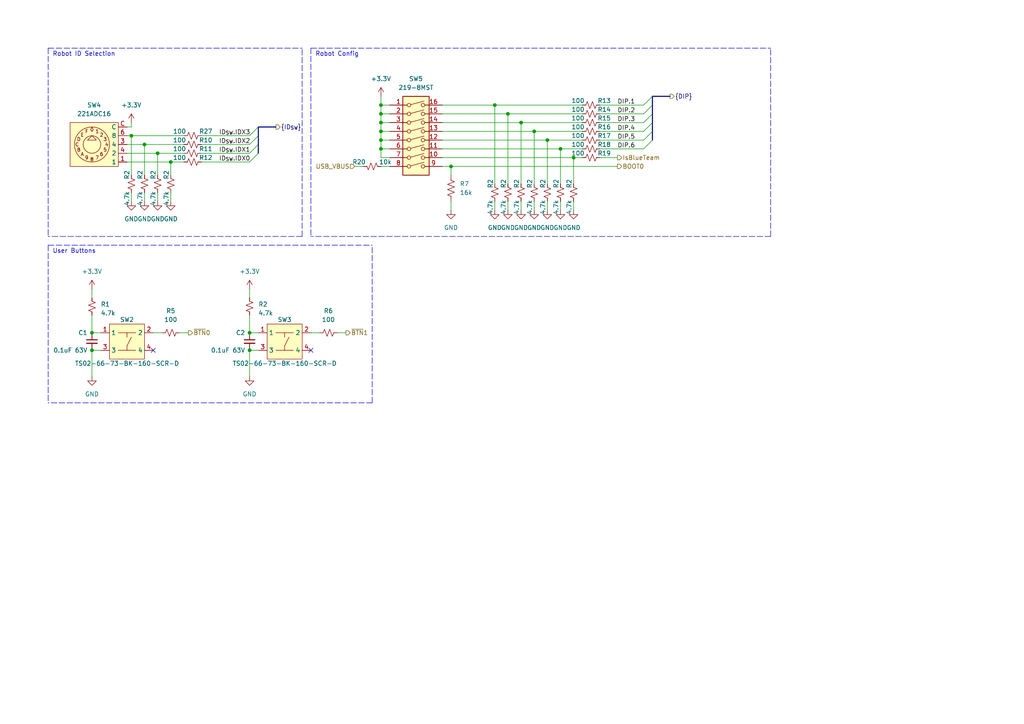
<source format=kicad_sch>
(kicad_sch (version 20230121) (generator eeschema)
  (paper "A4")
  (lib_symbols
    (symbol "AT-Switches:221ADC16"
      (property "Reference" "SW" (at 0 10.16 0))
      (property "Value" "221ADC16" (at 0 7.62 0))
      (symbol "221ADC16_0_0"
        (polyline (pts (xy -1.27 1.27) (xy 1.27 1.27) (xy 0 2.54) (xy -1.27 1.27)))
        (circle (center 0 0) (radius 2.54))
        (text "0" (at 0 4.318 0) (effects (font (size 1 1))))
        (text "1" (at 1.524 3.81 0) (effects (font (size 1 1))))
        (text "2" (at 2.794 2.794 0) (effects (font (size 1 1))))
        (text "3" (at 3.81 1.524 0) (effects (font (size 1 1))))
        (text "4" (at 4.318 0 0) (effects (font (size 1 1))))
        (text "5" (at 3.81 -1.524 0) (effects (font (size 1 1))))
        (text "6" (at 2.794 -2.794 0) (effects (font (size 1 1))))
        (text "7" (at 1.524 -3.81 0) (effects (font (size 1 1))))
        (text "8" (at 0 -4.318 0) (effects (font (size 1 1))))
        (text "9" (at -1.524 -3.81 0) (effects (font (size 1 1))))
        (text "A" (at -2.794 -2.794 0) (effects (font (size 1 1))))
        (text "B" (at -3.81 -1.524 0) (effects (font (size 1 1))))
        (text "C" (at -4.318 0 0) (effects (font (size 1 1))))
        (text "D" (at -3.81 1.524 0) (effects (font (size 1 1))))
        (text "E" (at -2.794 2.794 0) (effects (font (size 1 1))))
        (text "F" (at -1.524 3.81 0) (effects (font (size 1 1))))
      )
      (symbol "221ADC16_0_1"
        (rectangle (start -6.35 6.35) (end 7.62 -6.35) (fill (type background)))
        (circle (center 0 0) (radius 5.08))
      )
      (symbol "221ADC16_1_1"
        (pin passive line (at 10.16 -5.08 180) (length 2.54) (name "1") (number "1"))
        (pin passive line (at 10.16 0 180) (length 2.54) (name "4") (number "3"))
        (pin passive line (at 10.16 -2.54 180) (length 2.54) (name "2") (number "4"))
        (pin passive line (at 10.16 2.54 180) (length 2.54) (name "8") (number "6"))
        (pin passive line (at 10.16 5.08 180) (length 2.54) (name "C") (number "C"))
      )
    )
    (symbol "AT-Switches:SPST_12-34"
      (property "Reference" "SW" (at 0 6.35 0))
      (property "Value" "SPST_12-34" (at 0 -6.35 0))
      (symbol "SPST_12-34_0_1"
        (rectangle (start -5.08 5.08) (end 5.08 -5.08) (fill (type background)))
        (polyline (pts (xy -2.54 -2.54) (xy 2.54 -2.54)))
        (polyline (pts (xy 0 -2.54) (xy 0 -1.27)))
        (polyline (pts (xy 0 -1.27) (xy 1.27 1.27)))
        (polyline (pts (xy 0 2.54) (xy 0 1.27)))
        (polyline (pts (xy 2.54 2.54) (xy -2.54 2.54)))
      )
      (symbol "SPST_12-34_1_1"
        (pin passive line (at -7.62 2.54 0) (length 2.54) (name "1") (number "1"))
        (pin passive line (at 7.62 2.54 180) (length 2.54) (name "2") (number "2"))
        (pin passive line (at -7.62 -2.54 0) (length 2.54) (name "3") (number "3"))
        (pin passive line (at 7.62 -2.54 180) (length 2.54) (name "4") (number "4"))
      )
    )
    (symbol "Device:C_Small" (pin_numbers hide) (pin_names (offset 0.254) hide)
      (property "Reference" "C" (at 0.254 1.778 0))
      (property "Value" "C_Small" (at 0.254 -2.032 0))
      (symbol "C_Small_0_1"
        (polyline (pts (xy -1.524 -0.508) (xy 1.524 -0.508)) (stroke (width 0.3302)))
        (polyline (pts (xy -1.524 0.508) (xy 1.524 0.508)) (stroke (width 0.3048)))
      )
      (symbol "C_Small_1_1"
        (pin passive line (at 0 2.54 270) (length 2.032) (name "~") (number "1"))
        (pin passive line (at 0 -2.54 90) (length 2.032) (name "~") (number "2"))
      )
    )
    (symbol "Device:R_Small_US" (pin_numbers hide) (pin_names (offset 0.254) hide)
      (property "Reference" "R" (at 0.762 0.508 0))
      (property "Value" "R_Small_US" (at 0.762 -1.016 0))
      (symbol "R_Small_US_1_1"
        (polyline (pts (xy 0 0) (xy 1.016 -0.381) (xy 0 -0.762) (xy -1.016 -1.143) (xy 0 -1.524)))
        (polyline (pts (xy 0 1.524) (xy 1.016 1.143) (xy 0 0.762) (xy -1.016 0.381) (xy 0 0)))
        (pin passive line (at 0 2.54 270) (length 1.016) (name "~") (number "1"))
        (pin passive line (at 0 -2.54 90) (length 1.016) (name "~") (number "2"))
      )
    )
    (symbol "Device:R_US" (pin_numbers hide) (pin_names (offset 0))
      (property "Reference" "R" (at 2.54 0 90))
      (property "Value" "R_US" (at -2.54 0 90))
      (symbol "R_US_0_1"
        (polyline (pts (xy 0 -2.286) (xy 0 -2.54)))
        (polyline (pts (xy 0 2.286) (xy 0 2.54)))
        (polyline (pts (xy 0 -0.762) (xy 1.016 -1.143) (xy 0 -1.524) (xy -1.016 -1.905) (xy 0 -2.286)))
        (polyline (pts (xy 0 0.762) (xy 1.016 0.381) (xy 0 0) (xy -1.016 -0.381) (xy 0 -0.762)))
        (polyline (pts (xy 0 2.286) (xy 1.016 1.905) (xy 0 1.524) (xy -1.016 1.143) (xy 0 0.762)))
      )
      (symbol "R_US_1_1"
        (pin passive line (at 0 3.81 270) (length 1.27) (name "~") (number "1"))
        (pin passive line (at 0 -3.81 90) (length 1.27) (name "~") (number "2"))
      )
    )
    (symbol "Switch:SW_DIP_x08" (pin_names (offset 0) hide)
      (property "Reference" "SW" (at 0 13.97 0))
      (property "Value" "SW_DIP_x08" (at 0 -11.43 0))
      (symbol "SW_DIP_x08_0_0"
        (circle (center -2.032 -7.62) (radius 0.508))
        (circle (center -2.032 -5.08) (radius 0.508))
        (circle (center -2.032 -2.54) (radius 0.508))
        (circle (center -2.032 0) (radius 0.508))
        (circle (center -2.032 2.54) (radius 0.508))
        (circle (center -2.032 5.08) (radius 0.508))
        (circle (center -2.032 7.62) (radius 0.508))
        (circle (center -2.032 10.16) (radius 0.508))
        (polyline (pts (xy -1.524 -7.4676) (xy 2.3622 -6.4262)))
        (polyline (pts (xy -1.524 -4.9276) (xy 2.3622 -3.8862)))
        (polyline (pts (xy -1.524 -2.3876) (xy 2.3622 -1.3462)))
        (polyline (pts (xy -1.524 0.127) (xy 2.3622 1.1684)))
        (polyline (pts (xy -1.524 2.667) (xy 2.3622 3.7084)))
        (polyline (pts (xy -1.524 5.207) (xy 2.3622 6.2484)))
        (polyline (pts (xy -1.524 7.747) (xy 2.3622 8.7884)))
        (polyline (pts (xy -1.524 10.287) (xy 2.3622 11.3284)))
        (circle (center 2.032 -7.62) (radius 0.508))
        (circle (center 2.032 -5.08) (radius 0.508))
        (circle (center 2.032 -2.54) (radius 0.508))
        (circle (center 2.032 0) (radius 0.508))
        (circle (center 2.032 2.54) (radius 0.508))
        (circle (center 2.032 5.08) (radius 0.508))
        (circle (center 2.032 7.62) (radius 0.508))
        (circle (center 2.032 10.16) (radius 0.508))
      )
      (symbol "SW_DIP_x08_0_1"
        (rectangle (start -3.81 12.7) (end 3.81 -10.16) (stroke (width 0.254)) (fill (type background)))
      )
      (symbol "SW_DIP_x08_1_1"
        (pin passive line (at -7.62 10.16 0) (length 5.08) (name "~") (number "1"))
        (pin passive line (at 7.62 -5.08 180) (length 5.08) (name "~") (number "10"))
        (pin passive line (at 7.62 -2.54 180) (length 5.08) (name "~") (number "11"))
        (pin passive line (at 7.62 0 180) (length 5.08) (name "~") (number "12"))
        (pin passive line (at 7.62 2.54 180) (length 5.08) (name "~") (number "13"))
        (pin passive line (at 7.62 5.08 180) (length 5.08) (name "~") (number "14"))
        (pin passive line (at 7.62 7.62 180) (length 5.08) (name "~") (number "15"))
        (pin passive line (at 7.62 10.16 180) (length 5.08) (name "~") (number "16"))
        (pin passive line (at -7.62 7.62 0) (length 5.08) (name "~") (number "2"))
        (pin passive line (at -7.62 5.08 0) (length 5.08) (name "~") (number "3"))
        (pin passive line (at -7.62 2.54 0) (length 5.08) (name "~") (number "4"))
        (pin passive line (at -7.62 0 0) (length 5.08) (name "~") (number "5"))
        (pin passive line (at -7.62 -2.54 0) (length 5.08) (name "~") (number "6"))
        (pin passive line (at -7.62 -5.08 0) (length 5.08) (name "~") (number "7"))
        (pin passive line (at -7.62 -7.62 0) (length 5.08) (name "~") (number "8"))
        (pin passive line (at 7.62 -7.62 180) (length 5.08) (name "~") (number "9"))
      )
    )
    (symbol "power:+3.3V" (power) (pin_names (offset 0))
      (property "Value" "+3.3V" (at 0 3.556 0))
      (symbol "+3.3V_0_1"
        (polyline (pts (xy -0.762 1.27) (xy 0 2.54)))
        (polyline (pts (xy 0 0) (xy 0 2.54)))
        (polyline (pts (xy 0 2.54) (xy 0.762 1.27)))
      )
      (symbol "+3.3V_1_1"
        (pin power_in line (at 0 0 90) (length 0) hide (name "+3.3V") (number "1"))
      )
    )
    (symbol "power:GND" (power) (pin_names (offset 0))
      (property "Value" "GND" (at 0 -3.81 0))
      (symbol "GND_0_1"
        (polyline (pts (xy 0 0) (xy 0 -1.27) (xy 1.27 -1.27) (xy 0 -2.54) (xy -1.27 -1.27) (xy 0 -1.27)))
      )
      (symbol "GND_1_1"
        (pin power_in line (at 0 0 270) (length 0) hide (name "GND") (number "1"))
      )
    )
  )
  (bus_alias "ID_{SW}" (members "ID_{SW}.IDX0" "ID_{SW}.IDX1" "ID_{SW}.IDX2" "ID_{SW}.IDX3"))
  (bus_alias "DIP" (members "DIP.1" "DIP.2" "DIP.3" "DIP.4" "DIP.5" "DIP.6"))
  (junction (at 110.49 40.64))
  (junction (at 162.56 43.18))
  (junction (at 110.49 35.56))
  (junction (at 26.67 101.6))
  (junction (at 154.94 38.1))
  (junction (at 110.49 43.18))
  (junction (at 151.13 35.56))
  (junction (at 72.39 101.6))
  (junction (at 110.49 30.48))
  (junction (at 38.1 39.37))
  (junction (at 143.51 30.48))
  (junction (at 49.53 46.99))
  (junction (at 26.67 96.52))
  (junction (at 158.75 40.64))
  (junction (at 110.49 38.1))
  (junction (at 41.91 41.91))
  (junction (at 45.72 44.45))
  (junction (at 166.37 45.72))
  (junction (at 130.81 48.26))
  (junction (at 110.49 33.02))
  (junction (at 147.32 33.02))
  (junction (at 72.39 96.52))
  (no_connect (at 44.45 101.6))
  (no_connect (at 90.17 101.6))
  (bus_entry (at 189.23 40.64) (size -2.54 2.54))
  (bus_entry (at 74.93 36.83) (size -2.54 2.54))
  (bus_entry (at 74.93 44.45) (size -2.54 2.54))
  (bus_entry (at 189.23 27.94) (size -2.54 2.54))
  (bus_entry (at 189.23 38.1) (size -2.54 2.54))
  (bus_entry (at 189.23 30.48) (size -2.54 2.54))
  (bus_entry (at 74.93 41.91) (size -2.54 2.54))
  (bus_entry (at 189.23 33.02) (size -2.54 2.54))
  (bus_entry (at 74.93 39.37) (size -2.54 2.54))
  (bus_entry (at 189.23 35.56) (size -2.54 2.54))
  (wire (pts (xy 147.32 33.02) (xy 168.91 33.02)))
  (bus (pts (xy 189.23 27.94) (xy 194.31 27.94)))
  (wire (pts (xy 58.42 39.37) (xy 72.39 39.37)))
  (wire (pts (xy 38.1 39.37) (xy 38.1 50.8)))
  (wire (pts (xy 166.37 45.72) (xy 168.91 45.72)))
  (bus (pts (xy 74.93 36.83) (xy 74.93 39.37)))
  (wire (pts (xy 143.51 30.48) (xy 143.51 53.34)))
  (bus (pts (xy 74.93 41.91) (xy 74.93 44.45)))
  (polyline (pts (xy 13.97 13.97) (xy 13.97 68.58)) (stroke (width 0) (type dash)))
  (polyline (pts (xy 87.63 68.58) (xy 13.97 68.58)) (stroke (width 0) (type dash)))
  (wire (pts (xy 162.56 58.42) (xy 162.56 60.96)))
  (wire (pts (xy 41.91 55.88) (xy 41.91 58.42)))
  (wire (pts (xy 58.42 46.99) (xy 72.39 46.99)))
  (wire (pts (xy 151.13 58.42) (xy 151.13 60.96)))
  (wire (pts (xy 143.51 58.42) (xy 143.51 60.96)))
  (wire (pts (xy 58.42 41.91) (xy 72.39 41.91)))
  (wire (pts (xy 26.67 96.52) (xy 29.21 96.52)))
  (wire (pts (xy 162.56 43.18) (xy 162.56 53.34)))
  (polyline (pts (xy 223.52 68.58) (xy 90.17 68.58)) (stroke (width 0) (type dash)))
  (polyline (pts (xy 107.95 116.84) (xy 107.95 71.12)) (stroke (width 0) (type dash)))
  (wire (pts (xy 41.91 41.91) (xy 53.34 41.91)))
  (wire (pts (xy 44.45 96.52) (xy 46.99 96.52)))
  (wire (pts (xy 110.49 33.02) (xy 110.49 35.56)))
  (wire (pts (xy 45.72 55.88) (xy 45.72 58.42)))
  (wire (pts (xy 128.27 48.26) (xy 130.81 48.26)))
  (wire (pts (xy 128.27 40.64) (xy 158.75 40.64)))
  (wire (pts (xy 130.81 48.26) (xy 179.07 48.26)))
  (wire (pts (xy 110.49 30.48) (xy 113.03 30.48)))
  (wire (pts (xy 166.37 58.42) (xy 166.37 60.96)))
  (wire (pts (xy 49.53 46.99) (xy 49.53 50.8)))
  (polyline (pts (xy 13.97 71.12) (xy 13.97 116.84)) (stroke (width 0) (type dash)))
  (wire (pts (xy 128.27 38.1) (xy 154.94 38.1)))
  (polyline (pts (xy 87.63 68.58) (xy 87.63 13.97)) (stroke (width 0) (type dash)))
  (polyline (pts (xy 90.17 13.97) (xy 223.52 13.97)) (stroke (width 0) (type dash)))
  (wire (pts (xy 151.13 35.56) (xy 151.13 53.34)))
  (wire (pts (xy 158.75 40.64) (xy 168.91 40.64)))
  (wire (pts (xy 128.27 45.72) (xy 166.37 45.72)))
  (wire (pts (xy 173.99 45.72) (xy 179.07 45.72)))
  (wire (pts (xy 58.42 44.45) (xy 72.39 44.45)))
  (wire (pts (xy 158.75 40.64) (xy 158.75 53.34)))
  (wire (pts (xy 110.49 43.18) (xy 113.03 43.18)))
  (wire (pts (xy 128.27 30.48) (xy 143.51 30.48)))
  (wire (pts (xy 110.49 40.64) (xy 113.03 40.64)))
  (wire (pts (xy 147.32 58.42) (xy 147.32 60.96)))
  (wire (pts (xy 110.49 45.72) (xy 113.03 45.72)))
  (bus (pts (xy 189.23 27.94) (xy 189.23 30.48)))
  (wire (pts (xy 36.83 41.91) (xy 41.91 41.91)))
  (wire (pts (xy 173.99 30.48) (xy 186.69 30.48)))
  (wire (pts (xy 110.49 48.26) (xy 113.03 48.26)))
  (wire (pts (xy 26.67 101.6) (xy 29.21 101.6)))
  (wire (pts (xy 72.39 101.6) (xy 72.39 109.22)))
  (wire (pts (xy 154.94 38.1) (xy 154.94 53.34)))
  (wire (pts (xy 166.37 45.72) (xy 166.37 53.34)))
  (wire (pts (xy 128.27 43.18) (xy 162.56 43.18)))
  (bus (pts (xy 74.93 36.83) (xy 80.01 36.83)))
  (polyline (pts (xy 90.17 13.97) (xy 90.17 68.58)) (stroke (width 0) (type dash)))
  (wire (pts (xy 110.49 33.02) (xy 113.03 33.02)))
  (wire (pts (xy 38.1 35.56) (xy 38.1 36.83)))
  (wire (pts (xy 173.99 43.18) (xy 186.69 43.18)))
  (wire (pts (xy 26.67 91.44) (xy 26.67 96.52)))
  (wire (pts (xy 36.83 36.83) (xy 38.1 36.83)))
  (bus (pts (xy 189.23 33.02) (xy 189.23 35.56)))
  (wire (pts (xy 26.67 83.82) (xy 26.67 86.36)))
  (wire (pts (xy 154.94 38.1) (xy 168.91 38.1)))
  (wire (pts (xy 26.67 101.6) (xy 26.67 109.22)))
  (wire (pts (xy 143.51 30.48) (xy 168.91 30.48)))
  (wire (pts (xy 110.49 35.56) (xy 113.03 35.56)))
  (wire (pts (xy 90.17 96.52) (xy 92.71 96.52)))
  (wire (pts (xy 173.99 40.64) (xy 186.69 40.64)))
  (wire (pts (xy 41.91 41.91) (xy 41.91 50.8)))
  (wire (pts (xy 128.27 33.02) (xy 147.32 33.02)))
  (wire (pts (xy 173.99 33.02) (xy 186.69 33.02)))
  (polyline (pts (xy 107.95 116.84) (xy 13.97 116.84)) (stroke (width 0) (type dash)))
  (wire (pts (xy 72.39 101.6) (xy 74.93 101.6)))
  (wire (pts (xy 130.81 48.26) (xy 130.81 50.8)))
  (wire (pts (xy 110.49 27.94) (xy 110.49 30.48)))
  (wire (pts (xy 151.13 35.56) (xy 168.91 35.56)))
  (wire (pts (xy 38.1 55.88) (xy 38.1 58.42)))
  (bus (pts (xy 74.93 39.37) (xy 74.93 41.91)))
  (wire (pts (xy 72.39 83.82) (xy 72.39 86.36)))
  (polyline (pts (xy 223.52 68.58) (xy 223.52 13.97)) (stroke (width 0) (type dash)))
  (bus (pts (xy 189.23 35.56) (xy 189.23 38.1)))
  (wire (pts (xy 128.27 35.56) (xy 151.13 35.56)))
  (wire (pts (xy 72.39 96.52) (xy 74.93 96.52)))
  (wire (pts (xy 110.49 38.1) (xy 110.49 40.64)))
  (wire (pts (xy 38.1 39.37) (xy 53.34 39.37)))
  (wire (pts (xy 52.07 96.52) (xy 54.61 96.52)))
  (bus (pts (xy 189.23 30.48) (xy 189.23 33.02)))
  (wire (pts (xy 49.53 46.99) (xy 53.34 46.99)))
  (wire (pts (xy 45.72 44.45) (xy 45.72 50.8)))
  (wire (pts (xy 49.53 55.88) (xy 49.53 58.42)))
  (wire (pts (xy 110.49 38.1) (xy 113.03 38.1)))
  (wire (pts (xy 36.83 44.45) (xy 45.72 44.45)))
  (wire (pts (xy 110.49 30.48) (xy 110.49 33.02)))
  (wire (pts (xy 36.83 46.99) (xy 49.53 46.99)))
  (polyline (pts (xy 13.97 13.97) (xy 87.63 13.97)) (stroke (width 0) (type dash)))
  (wire (pts (xy 162.56 43.18) (xy 168.91 43.18)))
  (wire (pts (xy 158.75 58.42) (xy 158.75 60.96)))
  (wire (pts (xy 110.49 43.18) (xy 110.49 45.72)))
  (wire (pts (xy 36.83 39.37) (xy 38.1 39.37)))
  (bus (pts (xy 189.23 38.1) (xy 189.23 40.64)))
  (wire (pts (xy 110.49 40.64) (xy 110.49 43.18)))
  (wire (pts (xy 45.72 44.45) (xy 53.34 44.45)))
  (wire (pts (xy 105.41 48.26) (xy 102.87 48.26)))
  (wire (pts (xy 154.94 58.42) (xy 154.94 60.96)))
  (wire (pts (xy 147.32 33.02) (xy 147.32 53.34)))
  (wire (pts (xy 97.79 96.52) (xy 100.33 96.52)))
  (polyline (pts (xy 13.97 71.12) (xy 107.95 71.12)) (stroke (width 0) (type dash)))
  (wire (pts (xy 173.99 35.56) (xy 186.69 35.56)))
  (wire (pts (xy 72.39 91.44) (xy 72.39 96.52)))
  (wire (pts (xy 173.99 38.1) (xy 186.69 38.1)))
  (wire (pts (xy 130.81 58.42) (xy 130.81 60.96)))
  (wire (pts (xy 110.49 35.56) (xy 110.49 38.1)))
  (text "User Buttons" (at 15.24 73.66 0) (effects (font (size 1.27 1.27)) (justify left bottom)))
  (text "Robot Config" (at 91.44 16.51 0) (effects (font (size 1.27 1.27)) (justify left bottom)))
  (text "Robot ID Selection" (at 15.24 16.51 0) (effects (font (size 1.27 1.27)) (justify left bottom)))
  (label "ID_{SW}.IDX1" (at 63.5 44.45 0))
  (label "ID_{SW}.IDX2" (at 63.5 41.91 0))
  (label "DIP.1" (at 179.07 30.48 0))
  (label "DIP.3" (at 179.07 35.56 0))
  (label "ID_{SW}.IDX3" (at 63.5 39.37 0))
  (label "DIP.4" (at 179.07 38.1 0))
  (label "DIP.2" (at 179.07 33.02 0))
  (label "ID_{SW}.IDX0" (at 63.5 46.99 0))
  (label "DIP.5" (at 179.07 40.64 0))
  (label "DIP.6" (at 179.07 43.18 0))
  (hierarchical_label "{ID_{SW}}" (shape output) (at 80.01 36.83 0))
  (hierarchical_label "USB_VBUS" (shape input) (at 102.87 48.26 180))
  (hierarchical_label "IsBlueTeam" (shape output) (at 179.07 45.72 0))
  (hierarchical_label "~{BTN}0" (shape output) (at 54.61 96.52 0))
  (hierarchical_label "{DIP}" (shape output) (at 194.31 27.94 0))
  (hierarchical_label "~{BTN}1" (shape output) (at 100.33 96.52 0))
  (hierarchical_label "BOOT0" (shape output) (at 179.07 48.26 0))
  (symbol (lib_id "Device:R_Small_US") (at 143.51 55.88 180) (unit 1)
    (property "Reference" "R2" (at 142.24 54.61 90) (effects (justify right)))
    (property "Value" "4.7k" (at 142.24 62.23 90) (effects (justify right)))
    (property "Footprint" "Resistor_SMD:R_0402_1005Metric" (effects hide))
    (instances (project "control" (path "" (reference "R2") (unit 1)) (path "" (reference "R72") (unit 1))))
  )
  (symbol (lib_id "power:GND") (at 147.32 60.96 0) (unit 1)
    (property "Reference" "#PWR012" (effects hide))
    (property "Value" "GND" (at 147.32 66.04 0))
    (instances (project "control" (path "" (reference "#PWR012") (unit 1)) (path "" (reference "#PWR0101") (unit 1))))
  )
  (symbol (lib_id "Device:R_Small_US") (at 171.45 33.02 90) (unit 1)
    (property "Reference" "R14" (at 175.26 31.75 90))
    (property "Value" "100" (at 167.64 31.75 90))
    (property "Footprint" "Resistor_SMD:R_0402_1005Metric" (effects hide))
    (instances (project "control" (path "" (reference "R14") (unit 1)) (path "" (reference "R80") (unit 1))))
  )
  (symbol (lib_id "Device:R_Small_US") (at 26.67 88.9 180) (unit 1)
    (property "Reference" "R1" (at 29.21 88.265 0) (effects (justify right)))
    (property "Value" "4.7k" (at 29.21 90.805 0) (effects (justify right)))
    (property "Footprint" "Resistor_SMD:R_0402_1005Metric" (effects hide))
    (instances (project "control" (path "" (reference "R1") (unit 1)) (path "" (reference "R58") (unit 1))))
  )
  (symbol (lib_id "Device:R_Small_US") (at 55.88 46.99 90) (unit 1)
    (property "Reference" "R12" (at 59.69 45.72 90))
    (property "Value" "100" (at 52.07 45.72 90))
    (property "Footprint" "Resistor_SMD:R_0402_1005Metric" (effects hide))
    (instances (project "control" (path "" (reference "R12") (unit 1)) (path "" (reference "R67") (unit 1))))
  )
  (symbol (lib_id "power:+3.3V") (at 110.49 27.94 0) (unit 1)
    (property "Reference" "#PWR011" (effects hide))
    (property "Value" "+3.3V" (at 110.49 22.86 0))
    (instances (project "control" (path "" (reference "#PWR011") (unit 1)) (path "" (reference "#PWR098") (unit 1))))
  )
  (symbol (lib_id "AT-Switches:SPST_12-34") (at 36.83 99.06 0) (unit 1)
    (property "Reference" "SW2" (at 36.83 92.71 0))
    (property "Value" "TS02-66-73-BK-160-SCR-D" (at 36.83 105.41 0))
    (property "Footprint" "AT-Switches:TS02-66-73-BK-160-SCR-D" (effects hide))
    (instances (project "control" (path "" (reference "SW2") (unit 1)) (path "" (reference "SW4") (unit 1))))
  )
  (symbol (lib_id "Device:R_Small_US") (at 162.56 55.88 180) (unit 1)
    (property "Reference" "R2" (at 161.29 54.61 90) (effects (justify right)))
    (property "Value" "4.7k" (at 161.29 62.23 90) (effects (justify right)))
    (property "Footprint" "Resistor_SMD:R_0402_1005Metric" (effects hide))
    (instances (project "control" (path "" (reference "R2") (unit 1)) (path "" (reference "R77") (unit 1))))
  )
  (symbol (lib_id "power:GND") (at 41.91 58.42 0) (unit 1)
    (property "Reference" "#PWR012" (effects hide))
    (property "Value" "GND" (at 41.91 63.5 0))
    (instances (project "control" (path "" (reference "#PWR012") (unit 1)) (path "" (reference "#PWR093") (unit 1))))
  )
  (symbol (lib_id "Device:R_Small_US") (at 158.75 55.88 180) (unit 1)
    (property "Reference" "R2" (at 157.48 54.61 90) (effects (justify right)))
    (property "Value" "4.7k" (at 157.48 62.23 90) (effects (justify right)))
    (property "Footprint" "Resistor_SMD:R_0402_1005Metric" (effects hide))
    (instances (project "control" (path "" (reference "R2") (unit 1)) (path "" (reference "R76") (unit 1))))
  )
  (symbol (lib_id "power:GND") (at 154.94 60.96 0) (unit 1)
    (property "Reference" "#PWR012" (effects hide))
    (property "Value" "GND" (at 154.94 66.04 0))
    (instances (project "control" (path "" (reference "#PWR012") (unit 1)) (path "" (reference "#PWR0103") (unit 1))))
  )
  (symbol (lib_id "Device:R_Small_US") (at 166.37 55.88 180) (unit 1)
    (property "Reference" "R2" (at 165.1 54.61 90) (effects (justify right)))
    (property "Value" "4.7k" (at 165.1 62.23 90) (effects (justify right)))
    (property "Footprint" "Resistor_SMD:R_0402_1005Metric" (effects hide))
    (instances (project "control" (path "" (reference "R2") (unit 1)) (path "" (reference "R78") (unit 1))))
  )
  (symbol (lib_id "power:+3.3V") (at 72.39 83.82 0) (unit 1)
    (property "Reference" "#PWR03" (effects hide))
    (property "Value" "+3.3V" (at 72.39 78.74 0))
    (instances (project "control" (path "" (reference "#PWR03") (unit 1)) (path "" (reference "#PWR096") (unit 1))))
  )
  (symbol (lib_id "power:GND") (at 38.1 58.42 0) (unit 1)
    (property "Reference" "#PWR012" (effects hide))
    (property "Value" "GND" (at 38.1 63.5 0))
    (instances (project "control" (path "" (reference "#PWR012") (unit 1)) (path "" (reference "#PWR092") (unit 1))))
  )
  (symbol (lib_id "Device:R_Small_US") (at 171.45 38.1 90) (unit 1)
    (property "Reference" "R16" (at 175.26 36.83 90))
    (property "Value" "100" (at 167.64 36.83 90))
    (property "Footprint" "Resistor_SMD:R_0402_1005Metric" (effects hide))
    (instances (project "control" (path "" (reference "R16") (unit 1)) (path "" (reference "R82") (unit 1))))
  )
  (symbol (lib_id "power:GND") (at 45.72 58.42 0) (unit 1)
    (property "Reference" "#PWR012" (effects hide))
    (property "Value" "GND" (at 45.72 63.5 0))
    (instances (project "control" (path "" (reference "#PWR012") (unit 1)) (path "" (reference "#PWR094") (unit 1))))
  )
  (symbol (lib_id "power:GND") (at 72.39 109.22 0) (unit 1)
    (property "Reference" "#PWR04" (effects hide))
    (property "Value" "GND" (at 72.39 114.3 0))
    (instances (project "control" (path "" (reference "#PWR04") (unit 1)) (path "" (reference "#PWR097") (unit 1))))
  )
  (symbol (lib_id "Device:R_Small_US") (at 55.88 41.91 90) (unit 1)
    (property "Reference" "R10" (at 59.69 40.64 90))
    (property "Value" "100" (at 52.07 40.64 90))
    (property "Footprint" "Resistor_SMD:R_0402_1005Metric" (effects hide))
    (instances (project "control" (path "" (reference "R10") (unit 1)) (path "" (reference "R65") (unit 1))))
  )
  (symbol (lib_id "Device:R_Small_US") (at 171.45 40.64 90) (unit 1)
    (property "Reference" "R17" (at 175.26 39.37 90))
    (property "Value" "100" (at 167.64 39.37 90))
    (property "Footprint" "Resistor_SMD:R_0402_1005Metric" (effects hide))
    (instances (project "control" (path "" (reference "R17") (unit 1)) (path "" (reference "R83") (unit 1))))
  )
  (symbol (lib_id "power:GND") (at 143.51 60.96 0) (unit 1)
    (property "Reference" "#PWR012" (effects hide))
    (property "Value" "GND" (at 143.51 66.04 0))
    (instances (project "control" (path "" (reference "#PWR012") (unit 1)) (path "" (reference "#PWR0100") (unit 1))))
  )
  (symbol (lib_id "power:GND") (at 158.75 60.96 0) (unit 1)
    (property "Reference" "#PWR012" (effects hide))
    (property "Value" "GND" (at 158.75 66.04 0))
    (instances (project "control" (path "" (reference "#PWR012") (unit 1)) (path "" (reference "#PWR0104") (unit 1))))
  )
  (symbol (lib_id "Device:C_Small") (at 72.39 99.06 0) (mirror y) (unit 1)
    (property "Reference" "C2" (at 71.12 96.52 0) (effects (justify left)))
    (property "Value" "0.1uF 63V" (at 71.12 101.6 0) (effects (justify left)))
    (property "Footprint" "Capacitor_SMD:C_0402_1005Metric" (effects hide))
    (instances (project "control" (path "" (reference "C2") (unit 1)) (path "" (reference "C32") (unit 1))))
  )
  (symbol (lib_id "Device:R_Small_US") (at 154.94 55.88 180) (unit 1)
    (property "Reference" "R2" (at 153.67 54.61 90) (effects (justify right)))
    (property "Value" "4.7k" (at 153.67 62.23 90) (effects (justify right)))
    (property "Footprint" "Resistor_SMD:R_0402_1005Metric" (effects hide))
    (instances (project "control" (path "" (reference "R2") (unit 1)) (path "" (reference "R75") (unit 1))))
  )
  (symbol (lib_id "power:GND") (at 26.67 109.22 0) (unit 1)
    (property "Reference" "#PWR02" (effects hide))
    (property "Value" "GND" (at 26.67 114.3 0))
    (instances (project "control" (path "" (reference "#PWR02") (unit 1)) (path "" (reference "#PWR090") (unit 1))))
  )
  (symbol (lib_id "Device:R_Small_US") (at 72.39 88.9 180) (unit 1)
    (property "Reference" "R2" (at 74.93 88.265 0) (effects (justify right)))
    (property "Value" "4.7k" (at 74.93 90.805 0) (effects (justify right)))
    (property "Footprint" "Resistor_SMD:R_0402_1005Metric" (effects hide))
    (instances (project "control" (path "" (reference "R2") (unit 1)) (path "" (reference "R68") (unit 1))))
  )
  (symbol (lib_id "power:+3.3V") (at 26.67 83.82 0) (unit 1)
    (property "Reference" "#PWR01" (effects hide))
    (property "Value" "+3.3V" (at 26.67 78.74 0))
    (instances (project "control" (path "" (reference "#PWR01") (unit 1)) (path "" (reference "#PWR089") (unit 1))))
  )
  (symbol (lib_id "Device:C_Small") (at 26.67 99.06 0) (mirror y) (unit 1)
    (property "Reference" "C1" (at 25.4 96.52 0) (effects (justify left)))
    (property "Value" "0.1uF 63V" (at 25.4 101.6 0) (effects (justify left)))
    (property "Footprint" "Capacitor_SMD:C_0402_1005Metric" (effects hide))
    (instances (project "control" (path "" (reference "C1") (unit 1)) (path "" (reference "C31") (unit 1))))
  )
  (symbol (lib_id "power:+3.3V") (at 38.1 35.56 0) (unit 1)
    (property "Reference" "#PWR016" (effects hide))
    (property "Value" "+3.3V" (at 38.1 30.48 0))
    (instances (project "control" (path "" (reference "#PWR016") (unit 1)) (path "" (reference "#PWR091") (unit 1))))
  )
  (symbol (lib_id "Device:R_Small_US") (at 171.45 35.56 90) (unit 1)
    (property "Reference" "R15" (at 175.26 34.29 90))
    (property "Value" "100" (at 167.64 34.29 90))
    (property "Footprint" "Resistor_SMD:R_0402_1005Metric" (effects hide))
    (instances (project "control" (path "" (reference "R15") (unit 1)) (path "" (reference "R81") (unit 1))))
  )
  (symbol (lib_id "Device:R_Small_US") (at 95.25 96.52 90) (unit 1)
    (property "Reference" "R6" (at 95.25 90.17 90))
    (property "Value" "100" (at 95.25 92.71 90))
    (property "Footprint" "Resistor_SMD:R_0402_1005Metric" (effects hide))
    (instances (project "control" (path "" (reference "R6") (unit 1)) (path "" (reference "R69") (unit 1))))
  )
  (symbol (lib_id "power:GND") (at 162.56 60.96 0) (unit 1)
    (property "Reference" "#PWR012" (effects hide))
    (property "Value" "GND" (at 162.56 66.04 0))
    (instances (project "control" (path "" (reference "#PWR012") (unit 1)) (path "" (reference "#PWR0105") (unit 1))))
  )
  (symbol (lib_id "Device:R_Small_US") (at 38.1 53.34 180) (unit 1)
    (property "Reference" "R2" (at 36.83 52.07 90) (effects (justify right)))
    (property "Value" "4.7k" (at 36.83 59.69 90) (effects (justify right)))
    (property "Footprint" "Resistor_SMD:R_0402_1005Metric" (effects hide))
    (instances (project "control" (path "" (reference "R2") (unit 1)) (path "" (reference "R59") (unit 1))))
  )
  (symbol (lib_id "Device:R_Small_US") (at 147.32 55.88 180) (unit 1)
    (property "Reference" "R2" (at 146.05 54.61 90) (effects (justify right)))
    (property "Value" "4.7k" (at 146.05 62.23 90) (effects (justify right)))
    (property "Footprint" "Resistor_SMD:R_0402_1005Metric" (effects hide))
    (instances (project "control" (path "" (reference "R2") (unit 1)) (path "" (reference "R73") (unit 1))))
  )
  (symbol (lib_id "AT-Switches:221ADC16") (at 26.67 41.91 0) (unit 1)
    (property "Reference" "SW4" (at 27.305 30.48 0))
    (property "Value" "221ADC16" (at 27.305 33.02 0))
    (property "Footprint" "AT-Switches:221ADC16" (effects hide))
    (property "Datasheet" "https://www.ctscorp.com/wp-content/uploads/221.pdf" (effects hide))
    (instances (project "control" (path "" (reference "SW4") (unit 1)) (path "" (reference "SW3") (unit 1))))
  )
  (symbol (lib_id "power:GND") (at 151.13 60.96 0) (unit 1)
    (property "Reference" "#PWR012" (effects hide))
    (property "Value" "GND" (at 151.13 66.04 0))
    (instances (project "control" (path "" (reference "#PWR012") (unit 1)) (path "" (reference "#PWR0102") (unit 1))))
  )
  (symbol (lib_id "Device:R_Small_US") (at 107.95 48.26 270) (mirror x) (unit 1)
    (property "Reference" "R20" (at 104.14 46.99 90))
    (property "Value" "10k" (at 111.76 46.99 90))
    (property "Footprint" "Resistor_SMD:R_0402_1005Metric" (effects hide))
    (instances (project "control" (path "" (reference "R20") (unit 1)) (path "" (reference "R70") (unit 1))))
  )
  (symbol (lib_id "Device:R_Small_US") (at 171.45 30.48 90) (unit 1)
    (property "Reference" "R13" (at 175.26 29.21 90))
    (property "Value" "100" (at 167.64 29.21 90))
    (property "Footprint" "Resistor_SMD:R_0402_1005Metric" (effects hide))
    (instances (project "control" (path "" (reference "R13") (unit 1)) (path "" (reference "R79") (unit 1))))
  )
  (symbol (lib_id "Device:R_Small_US") (at 55.88 39.37 90) (unit 1)
    (property "Reference" "R27" (at 59.69 38.1 90))
    (property "Value" "100" (at 52.07 38.1 90))
    (property "Footprint" "Resistor_SMD:R_0402_1005Metric" (effects hide))
    (instances (project "control" (path "" (reference "R27") (unit 1)) (path "" (reference "R64") (unit 1))))
  )
  (symbol (lib_id "power:GND") (at 130.81 60.96 0) (unit 1)
    (property "Reference" "#PWR012" (effects hide))
    (property "Value" "GND" (at 130.81 66.04 0))
    (instances (project "control" (path "" (reference "#PWR012") (unit 1)) (path "" (reference "#PWR099") (unit 1))))
  )
  (symbol (lib_id "Device:R_Small_US") (at 41.91 53.34 180) (unit 1)
    (property "Reference" "R2" (at 40.64 52.07 90) (effects (justify right)))
    (property "Value" "4.7k" (at 40.64 59.69 90) (effects (justify right)))
    (property "Footprint" "Resistor_SMD:R_0402_1005Metric" (effects hide))
    (instances (project "control" (path "" (reference "R2") (unit 1)) (path "" (reference "R60") (unit 1))))
  )
  (symbol (lib_id "Device:R_Small_US") (at 171.45 45.72 90) (unit 1)
    (property "Reference" "R19" (at 175.26 44.45 90))
    (property "Value" "100" (at 167.64 44.45 90))
    (property "Footprint" "Resistor_SMD:R_0402_1005Metric" (effects hide))
    (instances (project "control" (path "" (reference "R19") (unit 1)) (path "" (reference "R85") (unit 1))))
  )
  (symbol (lib_id "Device:R_Small_US") (at 55.88 44.45 90) (unit 1)
    (property "Reference" "R11" (at 59.69 43.18 90))
    (property "Value" "100" (at 52.07 43.18 90))
    (property "Footprint" "Resistor_SMD:R_0402_1005Metric" (effects hide))
    (instances (project "control" (path "" (reference "R11") (unit 1)) (path "" (reference "R66") (unit 1))))
  )
  (symbol (lib_id "power:GND") (at 166.37 60.96 0) (unit 1)
    (property "Reference" "#PWR012" (effects hide))
    (property "Value" "GND" (at 166.37 66.04 0))
    (instances (project "control" (path "" (reference "#PWR012") (unit 1)) (path "" (reference "#PWR0106") (unit 1))))
  )
  (symbol (lib_id "Device:R_Small_US") (at 49.53 96.52 90) (unit 1)
    (property "Reference" "R5" (at 49.53 90.17 90))
    (property "Value" "100" (at 49.53 92.71 90))
    (property "Footprint" "Resistor_SMD:R_0402_1005Metric" (effects hide))
    (instances (project "control" (path "" (reference "R5") (unit 1)) (path "" (reference "R63") (unit 1))))
  )
  (symbol (lib_id "Device:R_US") (at 130.81 54.61 180) (unit 1)
    (property "Reference" "R7" (at 133.35 53.3399 0) (effects (justify right)))
    (property "Value" "16k" (at 133.35 55.8799 0) (effects (justify right)))
    (property "Footprint" "Resistor_SMD:R_0402_1005Metric" (effects hide))
    (instances (project "control" (path "" (reference "R7") (unit 1)) (path "" (reference "R71") (unit 1))))
  )
  (symbol (lib_id "Device:R_Small_US") (at 151.13 55.88 180) (unit 1)
    (property "Reference" "R2" (at 149.86 54.61 90) (effects (justify right)))
    (property "Value" "4.7k" (at 149.86 62.23 90) (effects (justify right)))
    (property "Footprint" "Resistor_SMD:R_0402_1005Metric" (effects hide))
    (instances (project "control" (path "" (reference "R2") (unit 1)) (path "" (reference "R74") (unit 1))))
  )
  (symbol (lib_id "Device:R_Small_US") (at 49.53 53.34 180) (unit 1)
    (property "Reference" "R2" (at 48.26 52.07 90) (effects (justify right)))
    (property "Value" "4.7k" (at 48.26 59.69 90) (effects (justify right)))
    (property "Footprint" "Resistor_SMD:R_0402_1005Metric" (effects hide))
    (instances (project "control" (path "" (reference "R2") (unit 1)) (path "" (reference "R62") (unit 1))))
  )
  (symbol (lib_id "power:GND") (at 49.53 58.42 0) (unit 1)
    (property "Reference" "#PWR012" (effects hide))
    (property "Value" "GND" (at 49.53 63.5 0))
    (instances (project "control" (path "" (reference "#PWR012") (unit 1)) (path "" (reference "#PWR095") (unit 1))))
  )
  (symbol (lib_id "Switch:SW_DIP_x08") (at 120.65 40.64 0) (unit 1)
    (property "Reference" "SW5" (at 120.65 22.86 0))
    (property "Value" "219-8MST" (at 120.65 25.4 0))
    (property "Footprint" "AT-Switches:219-8MST" (effects hide))
    (instances (project "control" (path "" (reference "SW5") (unit 1)) (path "" (reference "SW6") (unit 1))))
  )
  (symbol (lib_id "Device:R_Small_US") (at 45.72 53.34 180) (unit 1)
    (property "Reference" "R2" (at 44.45 52.07 90) (effects (justify right)))
    (property "Value" "4.7k" (at 44.45 59.69 90) (effects (justify right)))
    (property "Footprint" "Resistor_SMD:R_0402_1005Metric" (effects hide))
    (instances (project "control" (path "" (reference "R2") (unit 1)) (path "" (reference "R61") (unit 1))))
  )
  (symbol (lib_id "Device:R_Small_US") (at 171.45 43.18 90) (unit 1)
    (property "Reference" "R18" (at 175.26 41.91 90))
    (property "Value" "100" (at 167.64 41.91 90))
    (property "Footprint" "Resistor_SMD:R_0402_1005Metric" (effects hide))
    (instances (project "control" (path "" (reference "R18") (unit 1)) (path "" (reference "R84") (unit 1))))
  )
  (symbol (lib_id "AT-Switches:SPST_12-34") (at 82.55 99.06 0) (unit 1)
    (property "Reference" "SW3" (at 82.55 92.71 0))
    (property "Value" "TS02-66-73-BK-160-SCR-D" (at 82.55 105.41 0))
    (property "Footprint" "AT-Switches:TS02-66-73-BK-160-SCR-D" (effects hide))
    (instances (project "control" (path "" (reference "SW3") (unit 1)) (path "" (reference "SW5") (unit 1))))
  )
)
</source>
